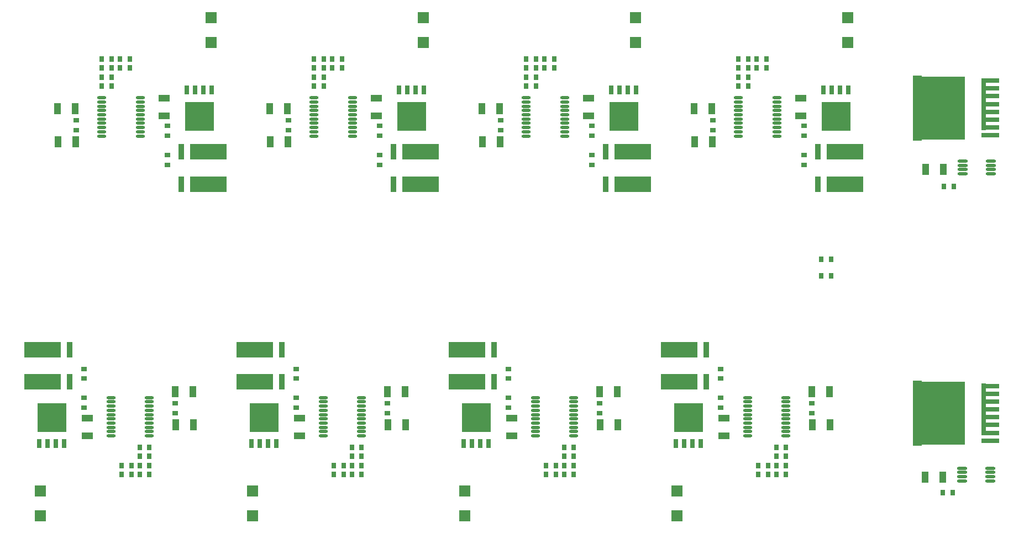
<source format=gtp>
G04 Layer_Color=8421504*
%FSLAX25Y25*%
%MOIN*%
G70*
G01*
G75*
%ADD10R,0.02795X0.05402*%
%ADD11R,0.17795X0.17480*%
%ADD12R,0.04331X0.06693*%
%ADD13R,0.06693X0.04331*%
%ADD14R,0.06575X0.06516*%
%ADD15R,0.02756X0.03543*%
%ADD16R,0.03543X0.02756*%
%ADD17R,0.14000X0.38200*%
%ADD18R,0.11024X0.03150*%
%ADD19R,0.22047X0.09606*%
%ADD20R,0.03504X0.09606*%
%ADD21O,0.06299X0.01772*%
%ADD22O,0.05512X0.01772*%
%ADD26R,0.14567X0.38189*%
%ADD27R,0.05512X0.39764*%
%ADD28R,0.03150X0.31496*%
D10*
X472500Y394272D02*
D03*
X467500D02*
D03*
X462500D02*
D03*
X457500D02*
D03*
X600500D02*
D03*
X595500D02*
D03*
X590500D02*
D03*
X585500D02*
D03*
X728500D02*
D03*
X723500D02*
D03*
X718500D02*
D03*
X713500D02*
D03*
X240500Y180728D02*
D03*
X245500D02*
D03*
X250500D02*
D03*
X255500D02*
D03*
X624500D02*
D03*
X629500D02*
D03*
X634500D02*
D03*
X639500D02*
D03*
X496500D02*
D03*
X501500D02*
D03*
X506500D02*
D03*
X511500D02*
D03*
X368500D02*
D03*
X373500D02*
D03*
X378500D02*
D03*
X383500D02*
D03*
X344500Y394272D02*
D03*
X339500D02*
D03*
X334500D02*
D03*
X329500D02*
D03*
D11*
X465000Y378500D02*
D03*
X593000D02*
D03*
X721000D02*
D03*
X248000Y196500D02*
D03*
X632000D02*
D03*
X504000D02*
D03*
X376000D02*
D03*
X337000Y378500D02*
D03*
D12*
X775185Y346500D02*
D03*
X785815D02*
D03*
X774685Y160500D02*
D03*
X785315D02*
D03*
X717106Y211937D02*
D03*
X706476D02*
D03*
X589106D02*
D03*
X578476D02*
D03*
X461106D02*
D03*
X450476D02*
D03*
X333106D02*
D03*
X322476D02*
D03*
X251894Y363063D02*
D03*
X262524D02*
D03*
X379894D02*
D03*
X390524D02*
D03*
X507894D02*
D03*
X518524D02*
D03*
X635894D02*
D03*
X646524D02*
D03*
X717421Y191937D02*
D03*
X706791D02*
D03*
X589421D02*
D03*
X578791D02*
D03*
X461421D02*
D03*
X450791D02*
D03*
X333421D02*
D03*
X322791D02*
D03*
X251579Y383063D02*
D03*
X262209D02*
D03*
X379579D02*
D03*
X390209D02*
D03*
X507579D02*
D03*
X518209D02*
D03*
X635579D02*
D03*
X646209D02*
D03*
D13*
X653291Y196158D02*
D03*
Y185528D02*
D03*
X525291Y196158D02*
D03*
Y185528D02*
D03*
X397291Y196158D02*
D03*
Y185528D02*
D03*
X269291Y196158D02*
D03*
Y185528D02*
D03*
X315709Y378842D02*
D03*
Y389472D02*
D03*
X443709Y378842D02*
D03*
Y389472D02*
D03*
X571709Y378842D02*
D03*
Y389472D02*
D03*
X699709Y378842D02*
D03*
Y389472D02*
D03*
D14*
X625000Y137000D02*
D03*
Y152079D02*
D03*
X497000Y137000D02*
D03*
Y152079D02*
D03*
X369000Y137000D02*
D03*
Y152079D02*
D03*
X241000Y137000D02*
D03*
Y152079D02*
D03*
X344000Y438000D02*
D03*
Y422921D02*
D03*
X472000Y438000D02*
D03*
Y422921D02*
D03*
X600000Y438000D02*
D03*
Y422921D02*
D03*
X728000Y438000D02*
D03*
Y422921D02*
D03*
D15*
X679953Y167421D02*
D03*
X674047D02*
D03*
X551953D02*
D03*
X546047D02*
D03*
X423953D02*
D03*
X418047D02*
D03*
X295953D02*
D03*
X290047D02*
D03*
X289047Y407579D02*
D03*
X294953D02*
D03*
X417047D02*
D03*
X422953D02*
D03*
X545047D02*
D03*
X550953D02*
D03*
X673047D02*
D03*
X678953D02*
D03*
X679953Y161921D02*
D03*
X674047D02*
D03*
X551953D02*
D03*
X546047D02*
D03*
X423953D02*
D03*
X418047D02*
D03*
X295953D02*
D03*
X290047D02*
D03*
X289047Y413079D02*
D03*
X294953D02*
D03*
X417047D02*
D03*
X422953D02*
D03*
X545047D02*
D03*
X550953D02*
D03*
X673047D02*
D03*
X678953D02*
D03*
X690906Y161921D02*
D03*
X685000D02*
D03*
X562906D02*
D03*
X557000D02*
D03*
X434905D02*
D03*
X429000D02*
D03*
X306906D02*
D03*
X301000D02*
D03*
X278095Y413079D02*
D03*
X284000D02*
D03*
X406095D02*
D03*
X412000D02*
D03*
X534094D02*
D03*
X540000D02*
D03*
X662094D02*
D03*
X668000D02*
D03*
X690906Y167421D02*
D03*
X685000D02*
D03*
X562906D02*
D03*
X557000D02*
D03*
X434905D02*
D03*
X429000D02*
D03*
X306906D02*
D03*
X301000D02*
D03*
X278095Y407579D02*
D03*
X284000D02*
D03*
X406095D02*
D03*
X412000D02*
D03*
X534094D02*
D03*
X540000D02*
D03*
X662094D02*
D03*
X668000D02*
D03*
X690906Y178421D02*
D03*
X685000D02*
D03*
X562906D02*
D03*
X557000D02*
D03*
X434905D02*
D03*
X429000D02*
D03*
X306906D02*
D03*
X301000D02*
D03*
X278095Y396579D02*
D03*
X284000D02*
D03*
X406095D02*
D03*
X412000D02*
D03*
X534094D02*
D03*
X540000D02*
D03*
X662094D02*
D03*
X668000D02*
D03*
X690906Y172921D02*
D03*
X685000D02*
D03*
X562906D02*
D03*
X557000D02*
D03*
X434905D02*
D03*
X429000D02*
D03*
X306906D02*
D03*
X301000D02*
D03*
X278095Y402079D02*
D03*
X284000D02*
D03*
X406095D02*
D03*
X412000D02*
D03*
X534094D02*
D03*
X540000D02*
D03*
X662094D02*
D03*
X668000D02*
D03*
X791953Y336000D02*
D03*
X786047D02*
D03*
X791453Y151000D02*
D03*
X785547D02*
D03*
X717953Y292000D02*
D03*
X712047D02*
D03*
X712047Y282000D02*
D03*
X717953D02*
D03*
D16*
X651291Y208295D02*
D03*
Y202390D02*
D03*
X523291Y208295D02*
D03*
Y202390D02*
D03*
X395291Y208295D02*
D03*
Y202390D02*
D03*
X267291Y208295D02*
D03*
Y202390D02*
D03*
X317709Y366705D02*
D03*
Y372610D02*
D03*
X445709Y366705D02*
D03*
Y372610D02*
D03*
X573709Y366705D02*
D03*
Y372610D02*
D03*
X701709Y366705D02*
D03*
Y372610D02*
D03*
X651291Y225795D02*
D03*
Y219890D02*
D03*
X523291Y225795D02*
D03*
Y219890D02*
D03*
X395291Y225795D02*
D03*
Y219890D02*
D03*
X267291Y225795D02*
D03*
Y219890D02*
D03*
X317709Y349205D02*
D03*
Y355110D02*
D03*
X445709Y349205D02*
D03*
Y355110D02*
D03*
X573709Y349205D02*
D03*
Y355110D02*
D03*
X701709Y349205D02*
D03*
Y355110D02*
D03*
X706291Y198984D02*
D03*
Y204890D02*
D03*
X578291Y198984D02*
D03*
Y204890D02*
D03*
X450291Y198984D02*
D03*
Y204890D02*
D03*
X322291Y198984D02*
D03*
Y204890D02*
D03*
X262709Y376016D02*
D03*
Y370110D02*
D03*
X390709Y376016D02*
D03*
Y370110D02*
D03*
X518709Y376016D02*
D03*
Y370110D02*
D03*
X646709Y376016D02*
D03*
Y370110D02*
D03*
D17*
X778539Y383500D02*
D03*
Y199000D02*
D03*
D18*
X814167Y381138D02*
D03*
Y385862D02*
D03*
Y390587D02*
D03*
Y395311D02*
D03*
Y400035D02*
D03*
Y376413D02*
D03*
Y371689D02*
D03*
Y366965D02*
D03*
Y182465D02*
D03*
Y187189D02*
D03*
Y191913D02*
D03*
Y215535D02*
D03*
Y210811D02*
D03*
Y206087D02*
D03*
Y201362D02*
D03*
Y196638D02*
D03*
D19*
X626500Y237528D02*
D03*
Y218000D02*
D03*
X498500Y237528D02*
D03*
Y218000D02*
D03*
X370500Y237528D02*
D03*
Y218000D02*
D03*
X242500Y237528D02*
D03*
Y218000D02*
D03*
X342500Y337472D02*
D03*
Y357000D02*
D03*
X470500Y337472D02*
D03*
Y357000D02*
D03*
X598500Y337472D02*
D03*
Y357000D02*
D03*
X726500Y337472D02*
D03*
Y357000D02*
D03*
D20*
X642779Y237528D02*
D03*
Y218000D02*
D03*
X514780Y237528D02*
D03*
Y218000D02*
D03*
X386779Y237528D02*
D03*
Y218000D02*
D03*
X258780Y237528D02*
D03*
Y218000D02*
D03*
X326220Y337472D02*
D03*
Y357000D02*
D03*
X454220Y337472D02*
D03*
Y357000D02*
D03*
X582221Y337472D02*
D03*
Y357000D02*
D03*
X710220Y337472D02*
D03*
Y357000D02*
D03*
D21*
X797535Y351339D02*
D03*
Y348780D02*
D03*
Y346220D02*
D03*
Y343661D02*
D03*
X814465Y351339D02*
D03*
Y348780D02*
D03*
Y346220D02*
D03*
Y343661D02*
D03*
X797035Y165839D02*
D03*
Y163279D02*
D03*
Y160721D02*
D03*
Y158161D02*
D03*
X813965Y165839D02*
D03*
Y163279D02*
D03*
Y160721D02*
D03*
Y158161D02*
D03*
D22*
X667677Y208453D02*
D03*
Y205894D02*
D03*
Y203335D02*
D03*
Y200776D02*
D03*
Y198216D02*
D03*
Y195658D02*
D03*
Y193098D02*
D03*
Y190539D02*
D03*
Y187980D02*
D03*
Y185421D02*
D03*
X690906Y208453D02*
D03*
Y205894D02*
D03*
Y203335D02*
D03*
Y200776D02*
D03*
Y198216D02*
D03*
Y195658D02*
D03*
Y193098D02*
D03*
Y190539D02*
D03*
Y187980D02*
D03*
Y185421D02*
D03*
X539677Y208453D02*
D03*
Y205894D02*
D03*
Y203335D02*
D03*
Y200776D02*
D03*
Y198216D02*
D03*
Y195658D02*
D03*
Y193098D02*
D03*
Y190539D02*
D03*
Y187980D02*
D03*
Y185421D02*
D03*
X562906Y208453D02*
D03*
Y205894D02*
D03*
Y203335D02*
D03*
Y200776D02*
D03*
Y198216D02*
D03*
Y195658D02*
D03*
Y193098D02*
D03*
Y190539D02*
D03*
Y187980D02*
D03*
Y185421D02*
D03*
X411677Y208453D02*
D03*
Y205894D02*
D03*
Y203335D02*
D03*
Y200776D02*
D03*
Y198216D02*
D03*
Y195658D02*
D03*
Y193098D02*
D03*
Y190539D02*
D03*
Y187980D02*
D03*
Y185421D02*
D03*
X434905Y208453D02*
D03*
Y205894D02*
D03*
Y203335D02*
D03*
Y200776D02*
D03*
Y198216D02*
D03*
Y195658D02*
D03*
Y193098D02*
D03*
Y190539D02*
D03*
Y187980D02*
D03*
Y185421D02*
D03*
X283677Y208453D02*
D03*
Y205894D02*
D03*
Y203335D02*
D03*
Y200776D02*
D03*
Y198216D02*
D03*
Y195658D02*
D03*
Y193098D02*
D03*
Y190539D02*
D03*
Y187980D02*
D03*
Y185421D02*
D03*
X306906Y208453D02*
D03*
Y205894D02*
D03*
Y203335D02*
D03*
Y200776D02*
D03*
Y198216D02*
D03*
Y195658D02*
D03*
Y193098D02*
D03*
Y190539D02*
D03*
Y187980D02*
D03*
Y185421D02*
D03*
X301323Y366547D02*
D03*
Y369106D02*
D03*
Y371665D02*
D03*
Y374224D02*
D03*
Y376783D02*
D03*
Y379343D02*
D03*
Y381902D02*
D03*
Y384461D02*
D03*
Y387020D02*
D03*
Y389579D02*
D03*
X278095Y366547D02*
D03*
Y369106D02*
D03*
Y371665D02*
D03*
Y374224D02*
D03*
Y376783D02*
D03*
Y379343D02*
D03*
Y381902D02*
D03*
Y384461D02*
D03*
Y387020D02*
D03*
Y389579D02*
D03*
X429323Y366547D02*
D03*
Y369106D02*
D03*
Y371665D02*
D03*
Y374224D02*
D03*
Y376783D02*
D03*
Y379343D02*
D03*
Y381902D02*
D03*
Y384461D02*
D03*
Y387020D02*
D03*
Y389579D02*
D03*
X406095Y366547D02*
D03*
Y369106D02*
D03*
Y371665D02*
D03*
Y374224D02*
D03*
Y376783D02*
D03*
Y379343D02*
D03*
Y381902D02*
D03*
Y384461D02*
D03*
Y387020D02*
D03*
Y389579D02*
D03*
X557323Y366547D02*
D03*
Y369106D02*
D03*
Y371665D02*
D03*
Y374224D02*
D03*
Y376783D02*
D03*
Y379343D02*
D03*
Y381902D02*
D03*
Y384461D02*
D03*
Y387020D02*
D03*
Y389579D02*
D03*
X534094Y366547D02*
D03*
Y369106D02*
D03*
Y371665D02*
D03*
Y374224D02*
D03*
Y376783D02*
D03*
Y379343D02*
D03*
Y381902D02*
D03*
Y384461D02*
D03*
Y387020D02*
D03*
Y389579D02*
D03*
X685323Y366547D02*
D03*
Y369106D02*
D03*
Y371665D02*
D03*
Y374224D02*
D03*
Y376783D02*
D03*
Y379343D02*
D03*
Y381902D02*
D03*
Y384461D02*
D03*
Y387020D02*
D03*
Y389579D02*
D03*
X662094Y366547D02*
D03*
Y369106D02*
D03*
Y371665D02*
D03*
Y374224D02*
D03*
Y376783D02*
D03*
Y379343D02*
D03*
Y381902D02*
D03*
Y384461D02*
D03*
Y387020D02*
D03*
Y389579D02*
D03*
D26*
X791532Y383500D02*
D03*
Y199000D02*
D03*
D27*
X770075Y383500D02*
D03*
Y199000D02*
D03*
D28*
X810232Y385862D02*
D03*
Y201362D02*
D03*
M02*

</source>
